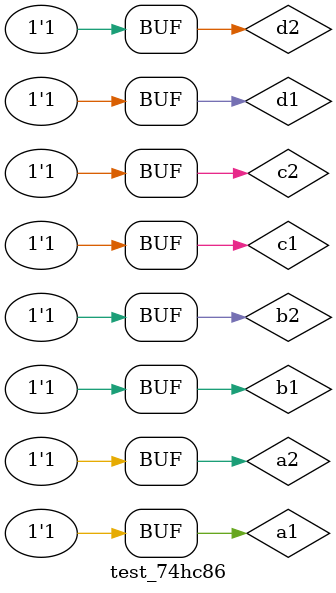
<source format=v>
`timescale 1ns/1ns

module test_74hc86;
    reg a1, a2, b1, b2, c1, c2, d1, d2;
    wire y1, y2, y3, y4;

_74hc86 bench(a1, a2, b1, b2, c1, c2, d1, d2, y1, y2, y3, y4);
    initial begin
        a1 = 0; a2 = 0;
        b1 = 0; b2 = 0;
        c1 = 0; c2 = 0;
        d1 = 0; d2 = 0;
        #5;     // initial with both 0, which should produce 0 ^ 0 = 0
        #5 a1 = 1; b1 = 1; c1 = 1; d1 = 1;  // 0 ^ 1 = 1
        #5 a1 = 0; b1 = 0; c1 = 0; d1 = 0; a2 = 1; b2 = 1; c2 = 1; d2 = 1;  // 1 ^ 0 = 1
        #5 a1 = 1; b1 = 1; c1 = 1; d1 = 1;  // 1 ^ 1 = 0
    end
    always @(*) begin
        $display("[*] [74HC86] time = %t: a1 = %b, a2 = %b, y1 = %b; b1 = %b, b2 = %b, y2 = %b; c1 = %b, c2 = %b, y3 = %b; d1 = %b, d2 = %b, y4 = %b", 
        $time, a1, a2, y1, b1, b2, y2, c1, c2, y3, d1, d2, y4); // In order to display both module at the same time, cannot use $monitor.
    end
endmodule

</source>
